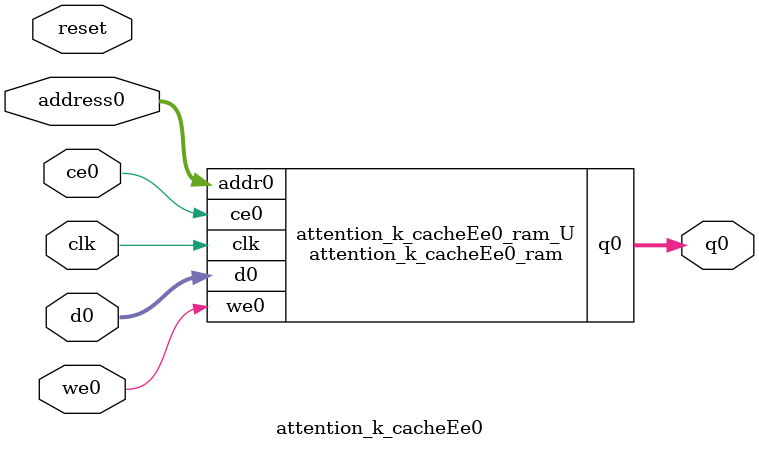
<source format=v>
`timescale 1 ns / 1 ps
module attention_k_cacheEe0_ram (addr0, ce0, d0, we0, q0,  clk);

parameter DWIDTH = 40;
parameter AWIDTH = 12;
parameter MEM_SIZE = 2304;

input[AWIDTH-1:0] addr0;
input ce0;
input[DWIDTH-1:0] d0;
input we0;
output reg[DWIDTH-1:0] q0;
input clk;

(* ram_style = "block" *)reg [DWIDTH-1:0] ram[0:MEM_SIZE-1];




always @(posedge clk)  
begin 
    if (ce0) begin
        if (we0) 
            ram[addr0] <= d0; 
        q0 <= ram[addr0];
    end
end


endmodule

`timescale 1 ns / 1 ps
module attention_k_cacheEe0(
    reset,
    clk,
    address0,
    ce0,
    we0,
    d0,
    q0);

parameter DataWidth = 32'd40;
parameter AddressRange = 32'd2304;
parameter AddressWidth = 32'd12;
input reset;
input clk;
input[AddressWidth - 1:0] address0;
input ce0;
input we0;
input[DataWidth - 1:0] d0;
output[DataWidth - 1:0] q0;



attention_k_cacheEe0_ram attention_k_cacheEe0_ram_U(
    .clk( clk ),
    .addr0( address0 ),
    .ce0( ce0 ),
    .we0( we0 ),
    .d0( d0 ),
    .q0( q0 ));

endmodule


</source>
